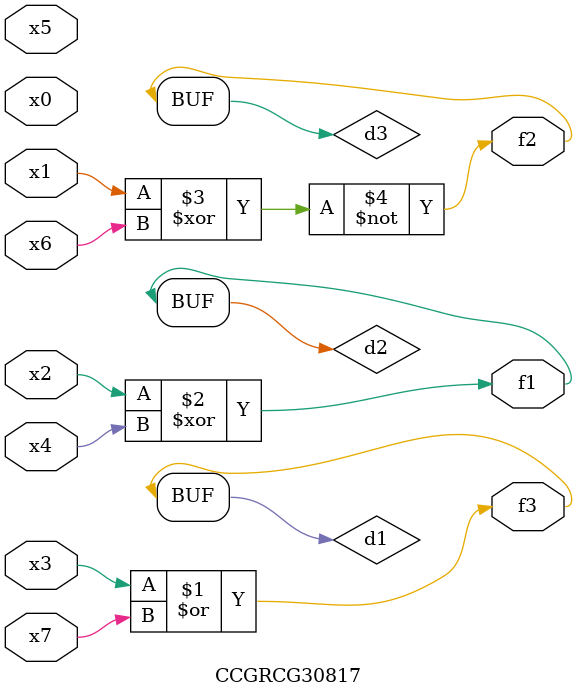
<source format=v>
module CCGRCG30817(
	input x0, x1, x2, x3, x4, x5, x6, x7,
	output f1, f2, f3
);

	wire d1, d2, d3;

	or (d1, x3, x7);
	xor (d2, x2, x4);
	xnor (d3, x1, x6);
	assign f1 = d2;
	assign f2 = d3;
	assign f3 = d1;
endmodule

</source>
